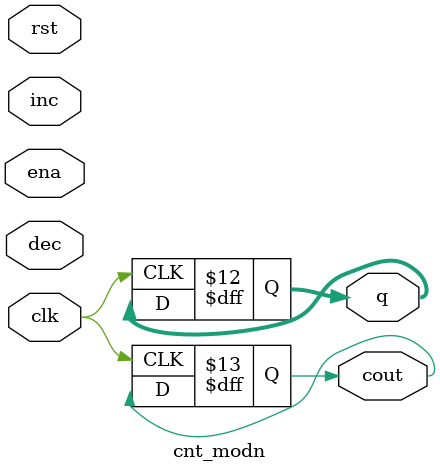
<source format=v>
module cnt_modn 
#(parameter N = 10)
(
    input clk, inc, dec, ena, rst,
    output reg [$clog2(N):1] q,
    output reg cout
);

    always @(posedge(clk))
    begin
        if (rst) begin
            q <= 0;
            cout <= 1'b0;
        end
        else if (ena) begin
            if (inc && q == N-1) begin
                q <= 0;
                cout <= 1'b1;
            end
            else if (dec && q == 0) begin
                q <= N - 1;
                cout <= 1'b1;
            end
            if (inc && q < N) begin
                q <= q + 1;
                cout <= 1'b0;
            end
            if (dec && q > 0) begin
                q <= q - 1;
                cout <= 1'b0;
            end
        end

        cout <= cout;
        q <= q;
    end
endmodule

</source>
